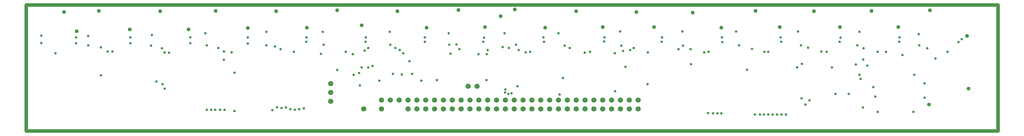
<source format=gbr>
%TF.GenerationSoftware,Altium Limited,Altium Designer,24.9.1 (31)*%
G04 Layer_Physical_Order=3*
G04 Layer_Color=128*
%FSLAX45Y45*%
%MOMM*%
%TF.SameCoordinates,261FE19A-EF30-4485-92B3-4F91B7BE389E*%
%TF.FilePolarity,Negative*%
%TF.FileFunction,Copper,L3,Inr,Plane*%
%TF.Part,Single*%
G01*
G75*
%TA.AperFunction,NonConductor*%
%ADD35C,1.01600*%
%TA.AperFunction,ComponentPad*%
%ADD36C,1.50000*%
%TA.AperFunction,ViaPad*%
%ADD37C,0.70000*%
%ADD38C,1.11120*%
D35*
X50798Y50800D02*
X27939484D01*
X27939474Y3675895D02*
X27939484Y50800D01*
X50802Y3675895D02*
X27939474D01*
X50798Y50800D02*
X50802Y3675895D01*
D36*
X12738100Y1333500D02*
D03*
X12992101D02*
D03*
X8788400Y901700D02*
D03*
Y1155700D02*
D03*
Y1409700D02*
D03*
X13549899Y939800D02*
D03*
Y685800D02*
D03*
X13803899Y939800D02*
D03*
Y685800D02*
D03*
X14057899Y939800D02*
D03*
X14311899D02*
D03*
X14565900D02*
D03*
X14057899Y685800D02*
D03*
X14311899D02*
D03*
X14565900D02*
D03*
X15835899Y939800D02*
D03*
Y685800D02*
D03*
X16343900Y939800D02*
D03*
Y685800D02*
D03*
X16851900Y939800D02*
D03*
Y685800D02*
D03*
X17359898Y939800D02*
D03*
Y685800D02*
D03*
X17613899D02*
D03*
Y939800D02*
D03*
X17105899Y685800D02*
D03*
Y939800D02*
D03*
X16597899Y685800D02*
D03*
Y939800D02*
D03*
X16089899Y685800D02*
D03*
Y939800D02*
D03*
X15581898Y685800D02*
D03*
Y939800D02*
D03*
X15327899Y685800D02*
D03*
Y939800D02*
D03*
X15073898Y685800D02*
D03*
Y939800D02*
D03*
X14819899Y685800D02*
D03*
Y939800D02*
D03*
X13295898Y685800D02*
D03*
X13041899D02*
D03*
X13295898Y939800D02*
D03*
X13041899D02*
D03*
X12787899Y685800D02*
D03*
X12533899D02*
D03*
X12279899D02*
D03*
X12025899D02*
D03*
X11771899D02*
D03*
X11517899D02*
D03*
X11263899D02*
D03*
X11009899D02*
D03*
X10247899D02*
D03*
X9739899D02*
D03*
X12787899Y939800D02*
D03*
X12533899D02*
D03*
X12279899D02*
D03*
X12025899D02*
D03*
X11771899D02*
D03*
X11517899D02*
D03*
X11263899D02*
D03*
X11009899D02*
D03*
X10755899D02*
D03*
X10501899D02*
D03*
X10247899D02*
D03*
D37*
X26806799Y2606672D02*
D03*
X13728700Y2463800D02*
D03*
X11052100Y2057400D02*
D03*
X11391900Y1498600D02*
D03*
X11125200Y1689100D02*
D03*
X8978900Y1803400D02*
D03*
X10833100Y1676400D02*
D03*
X9601200Y1714500D02*
D03*
X10579100Y1689100D02*
D03*
X10185400Y1498600D02*
D03*
X9626600Y1358900D02*
D03*
X10487028Y2905400D02*
D03*
X13258800Y1511300D02*
D03*
X11836400D02*
D03*
X9994900Y1917700D02*
D03*
X25831799Y1003300D02*
D03*
X13792200Y1155700D02*
D03*
X13804984Y1244516D02*
D03*
X24001266Y1551907D02*
D03*
X25117429Y2740300D02*
D03*
X23420534Y2733007D02*
D03*
X21717000Y2616200D02*
D03*
X21701128Y2740300D02*
D03*
X20018372D02*
D03*
X18297528D02*
D03*
X17891129Y2308500D02*
D03*
X16646529Y2740300D02*
D03*
X16078200Y2298700D02*
D03*
X14909801Y2616200D02*
D03*
X14893929Y2740300D02*
D03*
X13197034Y2733007D02*
D03*
X11493500Y2616200D02*
D03*
X10502900Y2527300D02*
D03*
X11490328Y2740300D02*
D03*
X9801228D02*
D03*
X8099428D02*
D03*
X7731128Y2330200D02*
D03*
X5562600Y2438400D02*
D03*
X6410328Y2740300D02*
D03*
Y2568300D02*
D03*
X5727700Y2336800D02*
D03*
X4759328Y2740300D02*
D03*
Y2574102D02*
D03*
X3044828Y2740300D02*
D03*
Y2574102D02*
D03*
X1482728Y2740300D02*
D03*
Y2574102D02*
D03*
X13296899Y2374900D02*
D03*
X13030200Y2257400D02*
D03*
X13268327Y2263500D02*
D03*
X14185899Y2374900D02*
D03*
X16941800Y2286000D02*
D03*
X13892067Y1120107D02*
D03*
X14147800Y1333500D02*
D03*
X13982700Y1130300D02*
D03*
X9423400Y2260767D02*
D03*
X12484100Y2400300D02*
D03*
X17132300Y2501900D02*
D03*
X17386301Y2374900D02*
D03*
X23657593Y1119333D02*
D03*
X19621500Y566251D02*
D03*
X24358968Y1308467D02*
D03*
X15363828Y1104600D02*
D03*
X10642600Y2438400D02*
D03*
X12230874Y2278233D02*
D03*
X24076300Y2111372D02*
D03*
X22489194Y2449367D02*
D03*
X20881972Y2415900D02*
D03*
X19116672Y2403200D02*
D03*
X20736932Y1813079D02*
D03*
X17881599Y1397000D02*
D03*
X3962400D02*
D03*
X4025900Y1270000D02*
D03*
X23967799Y2905820D02*
D03*
X24193500Y1930400D02*
D03*
X24485600Y596900D02*
D03*
X25514301D02*
D03*
X25831799Y1422400D02*
D03*
X26898599Y2692400D02*
D03*
X9867900Y2438400D02*
D03*
Y1879600D02*
D03*
X8089900Y2616200D02*
D03*
X9766300Y2362200D02*
D03*
X9791700Y2616200D02*
D03*
X13169901D02*
D03*
X20027901Y2603500D02*
D03*
X16637000Y2622001D02*
D03*
X18288000Y2616200D02*
D03*
X18897600Y2501900D02*
D03*
X18770599Y2400300D02*
D03*
X15328900Y2857500D02*
D03*
X13779500D02*
D03*
X20421600Y2908300D02*
D03*
X17094200D02*
D03*
X18884900D02*
D03*
X25666699Y2832100D02*
D03*
X17183099Y2349500D02*
D03*
X26492200Y2324100D02*
D03*
X23393401Y2616200D02*
D03*
X19634283Y2324184D02*
D03*
X14109700Y2527300D02*
D03*
X22313901Y1981200D02*
D03*
X22303706Y988867D02*
D03*
X21729700Y520700D02*
D03*
X21348700D02*
D03*
X19510100Y2314572D02*
D03*
X21218301Y520700D02*
D03*
X19126199Y1968500D02*
D03*
X17246600Y1892300D02*
D03*
X9448800Y1663700D02*
D03*
X25196800Y2235200D02*
D03*
X23863300Y1965302D02*
D03*
X14389101Y2311400D02*
D03*
X14516100Y2324100D02*
D03*
X15455901Y1574800D02*
D03*
X5740400Y660400D02*
D03*
X5613400D02*
D03*
X5359400D02*
D03*
X6032500Y622300D02*
D03*
X2387600Y2336800D02*
D03*
X2197100Y1651000D02*
D03*
X24079201Y2425700D02*
D03*
X22199600Y2908300D02*
D03*
X8562972Y2905400D02*
D03*
X6943728D02*
D03*
X13906500Y2438400D02*
D03*
X23964900Y1663700D02*
D03*
X23177499Y1879600D02*
D03*
X22174200D02*
D03*
X25539700Y1663700D02*
D03*
X26149301Y2133600D02*
D03*
X24066499Y723900D02*
D03*
X24422099Y1041400D02*
D03*
X24725198Y2324100D02*
D03*
X23025101D02*
D03*
X23279100Y1117600D02*
D03*
X21348700Y2324100D02*
D03*
X22529800Y927100D02*
D03*
X22415500Y812800D02*
D03*
X25907999Y2425700D02*
D03*
X24485600Y2324100D02*
D03*
X22872701Y2336800D02*
D03*
X21234399Y2324100D02*
D03*
X8020029Y699716D02*
D03*
X8509087Y2269475D02*
D03*
X16954500Y1193800D02*
D03*
X12395200Y2540000D02*
D03*
X889000Y2286000D02*
D03*
X2527300Y2336800D02*
D03*
X4025900Y2311400D02*
D03*
X4152900Y2298700D02*
D03*
X5727700Y2095500D02*
D03*
X9220200Y2324100D02*
D03*
X9678671Y1880871D02*
D03*
X7353300Y2400300D02*
D03*
X10769600Y2374900D02*
D03*
X16230600Y2324100D02*
D03*
X19761200Y562000D02*
D03*
X19888200D02*
D03*
X20002499D02*
D03*
X21107401Y520700D02*
D03*
X20967700D02*
D03*
X21475700D02*
D03*
X21602699D02*
D03*
X21856700D02*
D03*
X10871200Y2286000D02*
D03*
X7886700Y673100D02*
D03*
X7505700Y723900D02*
D03*
X7632700Y673100D02*
D03*
X7112000Y647700D02*
D03*
X17487900Y2438400D02*
D03*
X15646400D02*
D03*
X20510500Y2514600D02*
D03*
X7759700Y660400D02*
D03*
X7378700Y714400D02*
D03*
X7251700Y736600D02*
D03*
X6032500Y1727200D02*
D03*
X5943600Y2311400D02*
D03*
X5232400Y660400D02*
D03*
X5473700D02*
D03*
X7188200Y2476500D02*
D03*
X5232400Y2514600D02*
D03*
X3784600Y1473200D02*
D03*
X3949700Y2425700D02*
D03*
X2197100Y2451100D02*
D03*
X25107899Y2616200D02*
D03*
X6946900Y2517800D02*
D03*
X1828800Y2514600D02*
D03*
X25679401D02*
D03*
X23901401D02*
D03*
X22288499D02*
D03*
X15506700Y2501900D02*
D03*
X12192000Y2527300D02*
D03*
X12179300Y2857500D02*
D03*
X8585200Y2527300D02*
D03*
X5194300Y2857500D02*
D03*
X3657600Y2806700D02*
D03*
X3632200Y2501900D02*
D03*
X482600Y2578100D02*
D03*
X1828800Y2781300D02*
D03*
X482600Y2794000D02*
D03*
D38*
X13665199Y3352800D02*
D03*
X10706100Y3492500D02*
D03*
X9677400Y3086100D02*
D03*
X27096219Y1271770D02*
D03*
X18072099Y3035300D02*
D03*
X17564101Y3467100D02*
D03*
X16598900Y3035300D02*
D03*
X25958801Y812800D02*
D03*
X1498600Y2921000D02*
D03*
X27051001Y2781300D02*
D03*
X25082500Y3035300D02*
D03*
X23406100D02*
D03*
X21678900D02*
D03*
X20002499Y3022600D02*
D03*
X14947900D02*
D03*
X13220700Y3035300D02*
D03*
X11544300Y3022600D02*
D03*
X8102600D02*
D03*
X6413500Y3009900D02*
D03*
X4711700Y2971800D02*
D03*
X3022600D02*
D03*
X1134086Y3473742D02*
D03*
X25984201Y3517900D02*
D03*
X24307800Y3505200D02*
D03*
X22656799Y3492500D02*
D03*
X20980400Y3505200D02*
D03*
X19177000Y3454400D02*
D03*
X12458700Y3530600D02*
D03*
X2133600Y3505200D02*
D03*
X3898900Y3492500D02*
D03*
X5486400Y3505200D02*
D03*
X7226300Y3492500D02*
D03*
X8978900Y3517900D02*
D03*
X14071600Y3543300D02*
D03*
X15833115Y3497562D02*
D03*
%TF.MD5,d27b3b76754d70ffd009fe48485e2583*%
M02*

</source>
